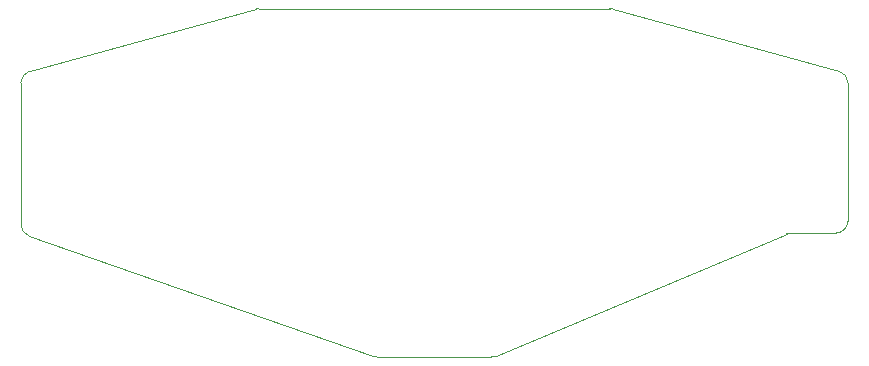
<source format=gm1>
%TF.GenerationSoftware,KiCad,Pcbnew,9.0.6*%
%TF.CreationDate,2025-12-30T17:46:59+00:00*%
%TF.ProjectId,cat-ears-controller,6361742d-6561-4727-932d-636f6e74726f,rev?*%
%TF.SameCoordinates,Original*%
%TF.FileFunction,Profile,NP*%
%FSLAX46Y46*%
G04 Gerber Fmt 4.6, Leading zero omitted, Abs format (unit mm)*
G04 Created by KiCad (PCBNEW 9.0.6) date 2025-12-30 17:46:59*
%MOMM*%
%LPD*%
G01*
G04 APERTURE LIST*
%TA.AperFunction,Profile*%
%ADD10C,0.050000*%
%TD*%
G04 APERTURE END LIST*
D10*
X135000000Y-58500000D02*
X135000000Y-46762123D01*
X84869838Y-40535795D02*
X65734844Y-45797918D01*
X84869838Y-40535795D02*
G75*
G02*
X85134994Y-40499999I265162J-964205D01*
G01*
X114865006Y-40500000D02*
G75*
G02*
X115130162Y-40535796I-6J-1000000D01*
G01*
X65000000Y-46762123D02*
G75*
G02*
X65734838Y-45797896I1000000J23D01*
G01*
X65669650Y-59734377D02*
G75*
G02*
X64999983Y-58790519I330350J943877D01*
G01*
X105185757Y-69921982D02*
G75*
G02*
X104798524Y-69999986I-387157J921782D01*
G01*
X114865006Y-40500000D02*
X100000000Y-40500000D01*
X100000000Y-40500000D02*
X85134994Y-40500000D01*
X134265156Y-45797918D02*
X115130162Y-40535795D01*
X65000000Y-46762123D02*
X65000000Y-58790519D01*
X95169946Y-70000000D02*
X104798524Y-70000000D01*
X95169946Y-70000000D02*
G75*
G02*
X94839591Y-69943873I-46J1000000D01*
G01*
X134265156Y-45797918D02*
G75*
G02*
X134999977Y-46762123I-265156J-964182D01*
G01*
X130201476Y-59500000D02*
X134000000Y-59500000D01*
X105185757Y-69921982D02*
X129814243Y-59578018D01*
X135000000Y-58500000D02*
G75*
G02*
X134000000Y-59500000I-1000000J0D01*
G01*
X65669650Y-59734377D02*
X94839596Y-69943858D01*
X129814243Y-59578018D02*
G75*
G02*
X130201476Y-59500014I387157J-921782D01*
G01*
M02*

</source>
